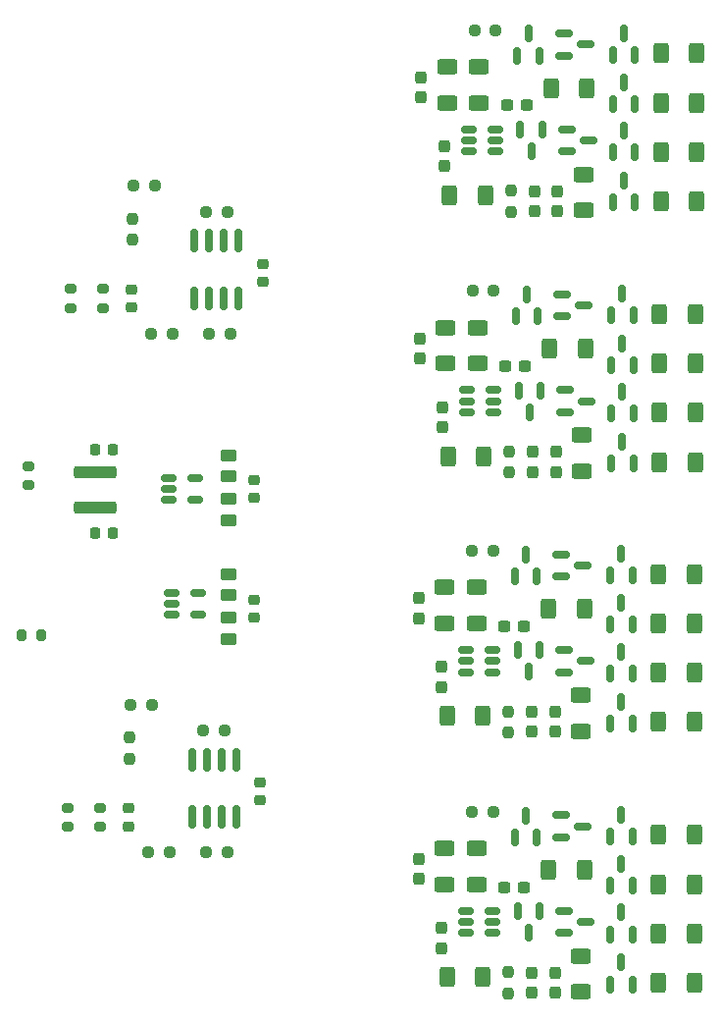
<source format=gbr>
%TF.GenerationSoftware,KiCad,Pcbnew,9.0.0*%
%TF.CreationDate,2025-03-19T20:57:18-07:00*%
%TF.ProjectId,deflection_board_2,6465666c-6563-4746-996f-6e5f626f6172,rev?*%
%TF.SameCoordinates,Original*%
%TF.FileFunction,Paste,Top*%
%TF.FilePolarity,Positive*%
%FSLAX46Y46*%
G04 Gerber Fmt 4.6, Leading zero omitted, Abs format (unit mm)*
G04 Created by KiCad (PCBNEW 9.0.0) date 2025-03-19 20:57:18*
%MOMM*%
%LPD*%
G01*
G04 APERTURE LIST*
G04 Aperture macros list*
%AMRoundRect*
0 Rectangle with rounded corners*
0 $1 Rounding radius*
0 $2 $3 $4 $5 $6 $7 $8 $9 X,Y pos of 4 corners*
0 Add a 4 corners polygon primitive as box body*
4,1,4,$2,$3,$4,$5,$6,$7,$8,$9,$2,$3,0*
0 Add four circle primitives for the rounded corners*
1,1,$1+$1,$2,$3*
1,1,$1+$1,$4,$5*
1,1,$1+$1,$6,$7*
1,1,$1+$1,$8,$9*
0 Add four rect primitives between the rounded corners*
20,1,$1+$1,$2,$3,$4,$5,0*
20,1,$1+$1,$4,$5,$6,$7,0*
20,1,$1+$1,$6,$7,$8,$9,0*
20,1,$1+$1,$8,$9,$2,$3,0*%
G04 Aperture macros list end*
%ADD10RoundRect,0.200000X-0.275000X0.200000X-0.275000X-0.200000X0.275000X-0.200000X0.275000X0.200000X0*%
%ADD11RoundRect,0.237500X-0.250000X-0.237500X0.250000X-0.237500X0.250000X0.237500X-0.250000X0.237500X0*%
%ADD12RoundRect,0.150000X-0.587500X-0.150000X0.587500X-0.150000X0.587500X0.150000X-0.587500X0.150000X0*%
%ADD13RoundRect,0.250000X0.400000X0.625000X-0.400000X0.625000X-0.400000X-0.625000X0.400000X-0.625000X0*%
%ADD14RoundRect,0.250000X-0.400000X-0.625000X0.400000X-0.625000X0.400000X0.625000X-0.400000X0.625000X0*%
%ADD15RoundRect,0.250000X-0.450000X0.262500X-0.450000X-0.262500X0.450000X-0.262500X0.450000X0.262500X0*%
%ADD16RoundRect,0.150000X0.150000X-0.587500X0.150000X0.587500X-0.150000X0.587500X-0.150000X-0.587500X0*%
%ADD17RoundRect,0.237500X0.250000X0.237500X-0.250000X0.237500X-0.250000X-0.237500X0.250000X-0.237500X0*%
%ADD18RoundRect,0.150000X-0.150000X0.587500X-0.150000X-0.587500X0.150000X-0.587500X0.150000X0.587500X0*%
%ADD19RoundRect,0.200000X0.275000X-0.200000X0.275000X0.200000X-0.275000X0.200000X-0.275000X-0.200000X0*%
%ADD20RoundRect,0.250000X0.625000X-0.400000X0.625000X0.400000X-0.625000X0.400000X-0.625000X-0.400000X0*%
%ADD21RoundRect,0.250000X-0.625000X0.400000X-0.625000X-0.400000X0.625000X-0.400000X0.625000X0.400000X0*%
%ADD22RoundRect,0.225000X0.250000X-0.225000X0.250000X0.225000X-0.250000X0.225000X-0.250000X-0.225000X0*%
%ADD23RoundRect,0.150000X-0.512500X-0.150000X0.512500X-0.150000X0.512500X0.150000X-0.512500X0.150000X0*%
%ADD24RoundRect,0.237500X-0.237500X0.300000X-0.237500X-0.300000X0.237500X-0.300000X0.237500X0.300000X0*%
%ADD25RoundRect,0.225000X-0.250000X0.225000X-0.250000X-0.225000X0.250000X-0.225000X0.250000X0.225000X0*%
%ADD26RoundRect,0.237500X-0.300000X-0.237500X0.300000X-0.237500X0.300000X0.237500X-0.300000X0.237500X0*%
%ADD27RoundRect,0.150000X0.512500X0.150000X-0.512500X0.150000X-0.512500X-0.150000X0.512500X-0.150000X0*%
%ADD28RoundRect,0.150000X0.150000X-0.825000X0.150000X0.825000X-0.150000X0.825000X-0.150000X-0.825000X0*%
%ADD29RoundRect,0.225000X-0.225000X-0.250000X0.225000X-0.250000X0.225000X0.250000X-0.225000X0.250000X0*%
%ADD30RoundRect,0.237500X-0.237500X0.250000X-0.237500X-0.250000X0.237500X-0.250000X0.237500X0.250000X0*%
%ADD31RoundRect,0.237500X0.237500X-0.300000X0.237500X0.300000X-0.237500X0.300000X-0.237500X-0.300000X0*%
%ADD32RoundRect,0.237500X0.237500X-0.250000X0.237500X0.250000X-0.237500X0.250000X-0.237500X-0.250000X0*%
%ADD33RoundRect,0.250000X-1.600000X0.300000X-1.600000X-0.300000X1.600000X-0.300000X1.600000X0.300000X0*%
%ADD34RoundRect,0.200000X0.200000X0.275000X-0.200000X0.275000X-0.200000X-0.275000X0.200000X-0.275000X0*%
G04 APERTURE END LIST*
D10*
%TO.C,R46*%
X151150000Y-135395000D03*
X151150000Y-137045000D03*
%TD*%
D11*
%TO.C,R33*%
X186012500Y-135745000D03*
X187837500Y-135745000D03*
%TD*%
D12*
%TO.C,Q12*%
X194068750Y-99384045D03*
X194068750Y-101284045D03*
X195943750Y-100334045D03*
%TD*%
%TO.C,Q19*%
X193737500Y-113545000D03*
X193737500Y-115445000D03*
X195612500Y-114495000D03*
%TD*%
D13*
%TO.C,R39*%
X205225000Y-137745000D03*
X202125000Y-137745000D03*
%TD*%
D14*
%TO.C,R38*%
X202125000Y-150495000D03*
X205225000Y-150495000D03*
%TD*%
D15*
%TO.C,R52*%
X165000000Y-119000000D03*
X165000000Y-120825000D03*
%TD*%
D16*
%TO.C,Q30*%
X197975000Y-150620000D03*
X199875000Y-150620000D03*
X198925000Y-148745000D03*
%TD*%
D13*
%TO.C,R19*%
X205306250Y-92834045D03*
X202206250Y-92834045D03*
%TD*%
D17*
%TO.C,R59*%
X158662500Y-81750000D03*
X156837500Y-81750000D03*
%TD*%
D18*
%TO.C,Q3*%
X192093750Y-76902252D03*
X190193750Y-76902252D03*
X191143750Y-78777252D03*
%TD*%
D19*
%TO.C,R53*%
X147750000Y-107575000D03*
X147750000Y-105925000D03*
%TD*%
D20*
%TO.C,R32*%
X183675000Y-141995000D03*
X183675000Y-138895000D03*
%TD*%
D13*
%TO.C,R29*%
X205225000Y-115245000D03*
X202125000Y-115245000D03*
%TD*%
D16*
%TO.C,Q29*%
X197975000Y-142120000D03*
X199875000Y-142120000D03*
X198925000Y-140245000D03*
%TD*%
D13*
%TO.C,R35*%
X205225000Y-141995000D03*
X202125000Y-141995000D03*
%TD*%
D21*
%TO.C,R1*%
X186643750Y-71489752D03*
X186643750Y-74589752D03*
%TD*%
%TO.C,R21*%
X186425000Y-116395000D03*
X186425000Y-119495000D03*
%TD*%
D22*
%TO.C,C21*%
X156650000Y-92245000D03*
X156650000Y-90695000D03*
%TD*%
D13*
%TO.C,R36*%
X195725000Y-140745000D03*
X192625000Y-140745000D03*
%TD*%
D23*
%TO.C,U5*%
X159862500Y-106962500D03*
X159862500Y-107912500D03*
X159862500Y-108862500D03*
X162137500Y-108862500D03*
X162137500Y-106962500D03*
%TD*%
D18*
%TO.C,Q26*%
X191875000Y-144307500D03*
X189975000Y-144307500D03*
X190925000Y-146182500D03*
%TD*%
D13*
%TO.C,R16*%
X195806250Y-95834045D03*
X192706250Y-95834045D03*
%TD*%
D24*
%TO.C,C16*%
X183425000Y-145770000D03*
X183425000Y-147495000D03*
%TD*%
D25*
%TO.C,C30*%
X167250000Y-117475000D03*
X167250000Y-119025000D03*
%TD*%
D11*
%TO.C,R62*%
X163337500Y-94500000D03*
X165162500Y-94500000D03*
%TD*%
D26*
%TO.C,C15*%
X188812500Y-119745000D03*
X190537500Y-119745000D03*
%TD*%
D27*
%TO.C,U1*%
X188031250Y-78789752D03*
X188031250Y-77839752D03*
X188031250Y-76889752D03*
X185756250Y-76889752D03*
X185756250Y-77839752D03*
X185756250Y-78789752D03*
%TD*%
D16*
%TO.C,Q31*%
X197975000Y-137870000D03*
X199875000Y-137870000D03*
X198925000Y-135995000D03*
%TD*%
D24*
%TO.C,C2*%
X181643750Y-72427252D03*
X181643750Y-74152252D03*
%TD*%
D28*
%TO.C,U6*%
X162095000Y-91475000D03*
X163365000Y-91475000D03*
X164635000Y-91475000D03*
X165905000Y-91475000D03*
X165905000Y-86525000D03*
X164635000Y-86525000D03*
X163365000Y-86525000D03*
X162095000Y-86525000D03*
%TD*%
D14*
%TO.C,R42*%
X183956250Y-105084045D03*
X187056250Y-105084045D03*
%TD*%
D20*
%TO.C,R17*%
X195506250Y-106384045D03*
X195506250Y-103284045D03*
%TD*%
D12*
%TO.C,Q2*%
X193956250Y-68639752D03*
X193956250Y-70539752D03*
X195831250Y-69589752D03*
%TD*%
D29*
%TO.C,C25*%
X153475000Y-111750000D03*
X155025000Y-111750000D03*
%TD*%
D26*
%TO.C,C10*%
X188893750Y-97334045D03*
X190618750Y-97334045D03*
%TD*%
%TO.C,C20*%
X188812500Y-142245000D03*
X190537500Y-142245000D03*
%TD*%
D30*
%TO.C,R14*%
X189256250Y-104671545D03*
X189256250Y-106496545D03*
%TD*%
D13*
%TO.C,R25*%
X205225000Y-119495000D03*
X202125000Y-119495000D03*
%TD*%
D11*
%TO.C,R70*%
X162837500Y-128750000D03*
X164662500Y-128750000D03*
%TD*%
D16*
%TO.C,Q13*%
X198056250Y-97209045D03*
X199956250Y-97209045D03*
X199006250Y-95334045D03*
%TD*%
D31*
%TO.C,C13*%
X193175000Y-128857500D03*
X193175000Y-127132500D03*
%TD*%
D17*
%TO.C,R61*%
X160162500Y-94500000D03*
X158337500Y-94500000D03*
%TD*%
D16*
%TO.C,Q23*%
X197975000Y-115370000D03*
X199875000Y-115370000D03*
X198925000Y-113495000D03*
%TD*%
D24*
%TO.C,C14*%
X181425000Y-117332500D03*
X181425000Y-119057500D03*
%TD*%
D16*
%TO.C,Q6*%
X198193750Y-70464752D03*
X200093750Y-70464752D03*
X199143750Y-68589752D03*
%TD*%
%TO.C,Q25*%
X189725000Y-137932500D03*
X191625000Y-137932500D03*
X190675000Y-136057500D03*
%TD*%
D14*
%TO.C,R10*%
X202343750Y-78839752D03*
X205443750Y-78839752D03*
%TD*%
D17*
%TO.C,R65*%
X159912500Y-139250000D03*
X158087500Y-139250000D03*
%TD*%
D14*
%TO.C,R40*%
X202125000Y-146245000D03*
X205225000Y-146245000D03*
%TD*%
D20*
%TO.C,R4*%
X195643750Y-83889752D03*
X195643750Y-80789752D03*
%TD*%
D15*
%TO.C,R51*%
X165000000Y-115250000D03*
X165000000Y-117075000D03*
%TD*%
D27*
%TO.C,U2*%
X187893750Y-101284045D03*
X187893750Y-100334045D03*
X187893750Y-99384045D03*
X185618750Y-99384045D03*
X185618750Y-100334045D03*
X185618750Y-101284045D03*
%TD*%
%TO.C,U3*%
X187812500Y-123695000D03*
X187812500Y-122745000D03*
X187812500Y-121795000D03*
X185537500Y-121795000D03*
X185537500Y-122745000D03*
X185537500Y-123695000D03*
%TD*%
D11*
%TO.C,R23*%
X186012500Y-113245000D03*
X187837500Y-113245000D03*
%TD*%
D20*
%TO.C,R27*%
X195425000Y-128795000D03*
X195425000Y-125695000D03*
%TD*%
D22*
%TO.C,C22*%
X156400000Y-136995000D03*
X156400000Y-135445000D03*
%TD*%
D11*
%TO.C,R5*%
X186231250Y-68339752D03*
X188056250Y-68339752D03*
%TD*%
D12*
%TO.C,Q4*%
X194206250Y-76889752D03*
X194206250Y-78789752D03*
X196081250Y-77839752D03*
%TD*%
D14*
%TO.C,R8*%
X202343750Y-83089752D03*
X205443750Y-83089752D03*
%TD*%
%TO.C,R44*%
X183875000Y-149995000D03*
X186975000Y-149995000D03*
%TD*%
D21*
%TO.C,R11*%
X186506250Y-93984045D03*
X186506250Y-97084045D03*
%TD*%
D14*
%TO.C,R28*%
X202125000Y-127995000D03*
X205225000Y-127995000D03*
%TD*%
D32*
%TO.C,R69*%
X156500000Y-131162500D03*
X156500000Y-129337500D03*
%TD*%
D13*
%TO.C,R3*%
X195943750Y-73339752D03*
X192843750Y-73339752D03*
%TD*%
D20*
%TO.C,R22*%
X183675000Y-119495000D03*
X183675000Y-116395000D03*
%TD*%
D29*
%TO.C,C27*%
X153475000Y-104500000D03*
X155025000Y-104500000D03*
%TD*%
D12*
%TO.C,Q20*%
X193987500Y-121795000D03*
X193987500Y-123695000D03*
X195862500Y-122745000D03*
%TD*%
D14*
%TO.C,R41*%
X184093750Y-82589752D03*
X187193750Y-82589752D03*
%TD*%
D16*
%TO.C,Q16*%
X198056250Y-101396545D03*
X199956250Y-101396545D03*
X199006250Y-99521545D03*
%TD*%
D24*
%TO.C,C9*%
X181506250Y-94921545D03*
X181506250Y-96646545D03*
%TD*%
D25*
%TO.C,C26*%
X167250000Y-107137500D03*
X167250000Y-108687500D03*
%TD*%
D20*
%TO.C,R37*%
X195425000Y-151295000D03*
X195425000Y-148195000D03*
%TD*%
D31*
%TO.C,C4*%
X191393750Y-83952252D03*
X191393750Y-82227252D03*
%TD*%
D28*
%TO.C,U7*%
X161845000Y-136225000D03*
X163115000Y-136225000D03*
X164385000Y-136225000D03*
X165655000Y-136225000D03*
X165655000Y-131275000D03*
X164385000Y-131275000D03*
X163115000Y-131275000D03*
X161845000Y-131275000D03*
%TD*%
D19*
%TO.C,R48*%
X153900000Y-137045000D03*
X153900000Y-135395000D03*
%TD*%
D24*
%TO.C,C3*%
X183643750Y-78364752D03*
X183643750Y-80089752D03*
%TD*%
%TO.C,C6*%
X183506250Y-100859045D03*
X183506250Y-102584045D03*
%TD*%
D33*
%TO.C,L1*%
X153500000Y-106500000D03*
X153500000Y-109500000D03*
%TD*%
D27*
%TO.C,U4*%
X187812500Y-146195000D03*
X187812500Y-145245000D03*
X187812500Y-144295000D03*
X185537500Y-144295000D03*
X185537500Y-145245000D03*
X185537500Y-146195000D03*
%TD*%
D16*
%TO.C,Q15*%
X198056250Y-92959045D03*
X199956250Y-92959045D03*
X199006250Y-91084045D03*
%TD*%
D22*
%TO.C,C24*%
X167750000Y-134775000D03*
X167750000Y-133225000D03*
%TD*%
D30*
%TO.C,R24*%
X189175000Y-127082500D03*
X189175000Y-128907500D03*
%TD*%
D24*
%TO.C,C19*%
X181425000Y-139832500D03*
X181425000Y-141557500D03*
%TD*%
D13*
%TO.C,R7*%
X205443750Y-74589752D03*
X202343750Y-74589752D03*
%TD*%
D12*
%TO.C,Q28*%
X193987500Y-144295000D03*
X193987500Y-146195000D03*
X195862500Y-145245000D03*
%TD*%
D16*
%TO.C,Q1*%
X189943750Y-70527252D03*
X191843750Y-70527252D03*
X190893750Y-68652252D03*
%TD*%
D31*
%TO.C,C18*%
X193175000Y-151357500D03*
X193175000Y-149632500D03*
%TD*%
D16*
%TO.C,Q7*%
X198193750Y-83214752D03*
X200093750Y-83214752D03*
X199143750Y-81339752D03*
%TD*%
%TO.C,Q17*%
X189725000Y-115432500D03*
X191625000Y-115432500D03*
X190675000Y-113557500D03*
%TD*%
%TO.C,Q9*%
X189806250Y-93021545D03*
X191706250Y-93021545D03*
X190756250Y-91146545D03*
%TD*%
D30*
%TO.C,R34*%
X189175000Y-149582500D03*
X189175000Y-151407500D03*
%TD*%
D22*
%TO.C,C23*%
X168000000Y-90025000D03*
X168000000Y-88475000D03*
%TD*%
D18*
%TO.C,Q10*%
X191956250Y-99396545D03*
X190056250Y-99396545D03*
X191006250Y-101271545D03*
%TD*%
D11*
%TO.C,R68*%
X163087500Y-84000000D03*
X164912500Y-84000000D03*
%TD*%
D26*
%TO.C,C1*%
X189031250Y-74839752D03*
X190756250Y-74839752D03*
%TD*%
D24*
%TO.C,C11*%
X183425000Y-123270000D03*
X183425000Y-124995000D03*
%TD*%
D31*
%TO.C,C5*%
X193393750Y-83952252D03*
X193393750Y-82227252D03*
%TD*%
D20*
%TO.C,R12*%
X183756250Y-97084045D03*
X183756250Y-93984045D03*
%TD*%
D12*
%TO.C,Q11*%
X193818750Y-91134045D03*
X193818750Y-93034045D03*
X195693750Y-92084045D03*
%TD*%
D16*
%TO.C,Q14*%
X198056250Y-105709045D03*
X199956250Y-105709045D03*
X199006250Y-103834045D03*
%TD*%
D30*
%TO.C,R6*%
X189393750Y-82177252D03*
X189393750Y-84002252D03*
%TD*%
D21*
%TO.C,R31*%
X186425000Y-138895000D03*
X186425000Y-141995000D03*
%TD*%
D11*
%TO.C,R13*%
X186093750Y-90834045D03*
X187918750Y-90834045D03*
%TD*%
D16*
%TO.C,Q32*%
X197975000Y-146307500D03*
X199875000Y-146307500D03*
X198925000Y-144432500D03*
%TD*%
D31*
%TO.C,C17*%
X191175000Y-151357500D03*
X191175000Y-149632500D03*
%TD*%
D10*
%TO.C,R45*%
X151400000Y-90645000D03*
X151400000Y-92295000D03*
%TD*%
D11*
%TO.C,R66*%
X163087500Y-139250000D03*
X164912500Y-139250000D03*
%TD*%
D14*
%TO.C,R20*%
X202206250Y-101334045D03*
X205306250Y-101334045D03*
%TD*%
D31*
%TO.C,C7*%
X191256250Y-106446545D03*
X191256250Y-104721545D03*
%TD*%
D17*
%TO.C,R63*%
X158412500Y-126500000D03*
X156587500Y-126500000D03*
%TD*%
D13*
%TO.C,R26*%
X195725000Y-118245000D03*
X192625000Y-118245000D03*
%TD*%
D16*
%TO.C,Q5*%
X198193750Y-74714752D03*
X200093750Y-74714752D03*
X199143750Y-72839752D03*
%TD*%
D31*
%TO.C,C8*%
X193256250Y-106446545D03*
X193256250Y-104721545D03*
%TD*%
D34*
%TO.C,R54*%
X148825000Y-120500000D03*
X147175000Y-120500000D03*
%TD*%
D19*
%TO.C,R47*%
X154150000Y-92295000D03*
X154150000Y-90645000D03*
%TD*%
D16*
%TO.C,Q8*%
X198193750Y-78902252D03*
X200093750Y-78902252D03*
X199143750Y-77027252D03*
%TD*%
D14*
%TO.C,R30*%
X202125000Y-123745000D03*
X205225000Y-123745000D03*
%TD*%
D13*
%TO.C,R15*%
X205306250Y-97084045D03*
X202206250Y-97084045D03*
%TD*%
D32*
%TO.C,R67*%
X156750000Y-86412500D03*
X156750000Y-84587500D03*
%TD*%
D16*
%TO.C,Q21*%
X197975000Y-119620000D03*
X199875000Y-119620000D03*
X198925000Y-117745000D03*
%TD*%
D23*
%TO.C,U8*%
X160112500Y-116875000D03*
X160112500Y-117825000D03*
X160112500Y-118775000D03*
X162387500Y-118775000D03*
X162387500Y-116875000D03*
%TD*%
D20*
%TO.C,R2*%
X183893750Y-74589752D03*
X183893750Y-71489752D03*
%TD*%
D13*
%TO.C,R9*%
X205443750Y-70339752D03*
X202343750Y-70339752D03*
%TD*%
D16*
%TO.C,Q24*%
X197975000Y-123807500D03*
X199875000Y-123807500D03*
X198925000Y-121932500D03*
%TD*%
D15*
%TO.C,R50*%
X165000000Y-108750000D03*
X165000000Y-110575000D03*
%TD*%
D12*
%TO.C,Q27*%
X193737500Y-136045000D03*
X193737500Y-137945000D03*
X195612500Y-136995000D03*
%TD*%
D15*
%TO.C,R49*%
X165000000Y-105000000D03*
X165000000Y-106825000D03*
%TD*%
D18*
%TO.C,Q18*%
X191875000Y-121807500D03*
X189975000Y-121807500D03*
X190925000Y-123682500D03*
%TD*%
D31*
%TO.C,C12*%
X191175000Y-128857500D03*
X191175000Y-127132500D03*
%TD*%
D14*
%TO.C,R18*%
X202206250Y-105584045D03*
X205306250Y-105584045D03*
%TD*%
D16*
%TO.C,Q22*%
X197975000Y-128120000D03*
X199875000Y-128120000D03*
X198925000Y-126245000D03*
%TD*%
D14*
%TO.C,R43*%
X183875000Y-127495000D03*
X186975000Y-127495000D03*
%TD*%
M02*

</source>
